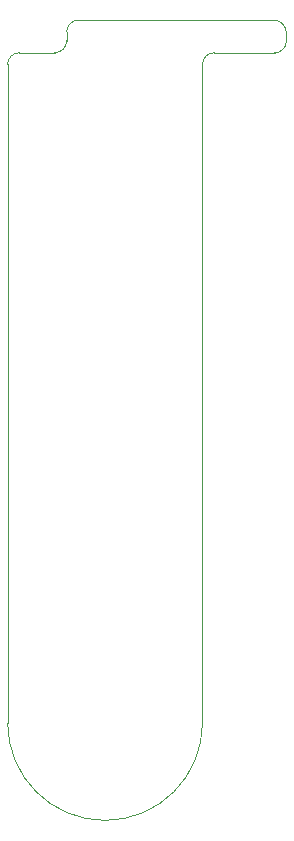
<source format=gbr>
%TF.GenerationSoftware,KiCad,Pcbnew,(6.0.0)*%
%TF.CreationDate,2022-04-27T20:03:56+01:00*%
%TF.ProjectId,soil_sensor,736f696c-5f73-4656-9e73-6f722e6b6963,A*%
%TF.SameCoordinates,Original*%
%TF.FileFunction,Profile,NP*%
%FSLAX46Y46*%
G04 Gerber Fmt 4.6, Leading zero omitted, Abs format (unit mm)*
G04 Created by KiCad (PCBNEW (6.0.0)) date 2022-04-27 20:03:56*
%MOMM*%
%LPD*%
G01*
G04 APERTURE LIST*
%TA.AperFunction,Profile*%
%ADD10C,0.100000*%
%TD*%
G04 APERTURE END LIST*
D10*
X166100000Y-72000000D02*
X161000000Y-72000000D01*
X144500000Y-72000000D02*
X147500000Y-72000000D01*
X161000000Y-72000000D02*
G75*
G03*
X160000000Y-73000000I-1J-999999D01*
G01*
X143500000Y-128750000D02*
G75*
G03*
X160000000Y-128750000I8250000J0D01*
G01*
X160000000Y-73000000D02*
X160000000Y-128750000D01*
X143500000Y-73000000D02*
X143500000Y-128750000D01*
X166100000Y-72000001D02*
G75*
G03*
X167092893Y-71057107I48731J942904D01*
G01*
X167092893Y-70307107D02*
G75*
G03*
X166000000Y-69250000I-1057691J2D01*
G01*
X166000000Y-69250000D02*
X149500000Y-69250000D01*
X167092893Y-70307107D02*
X167092893Y-71057107D01*
X149500000Y-69250000D02*
G75*
G03*
X148500000Y-70250000I-1J-999999D01*
G01*
X144500000Y-72000000D02*
G75*
G03*
X143500000Y-73000000I-1J-999999D01*
G01*
X148500000Y-70250000D02*
X148500000Y-71000000D01*
X147500000Y-72000000D02*
G75*
G03*
X148500000Y-71000000I1J999999D01*
G01*
M02*

</source>
